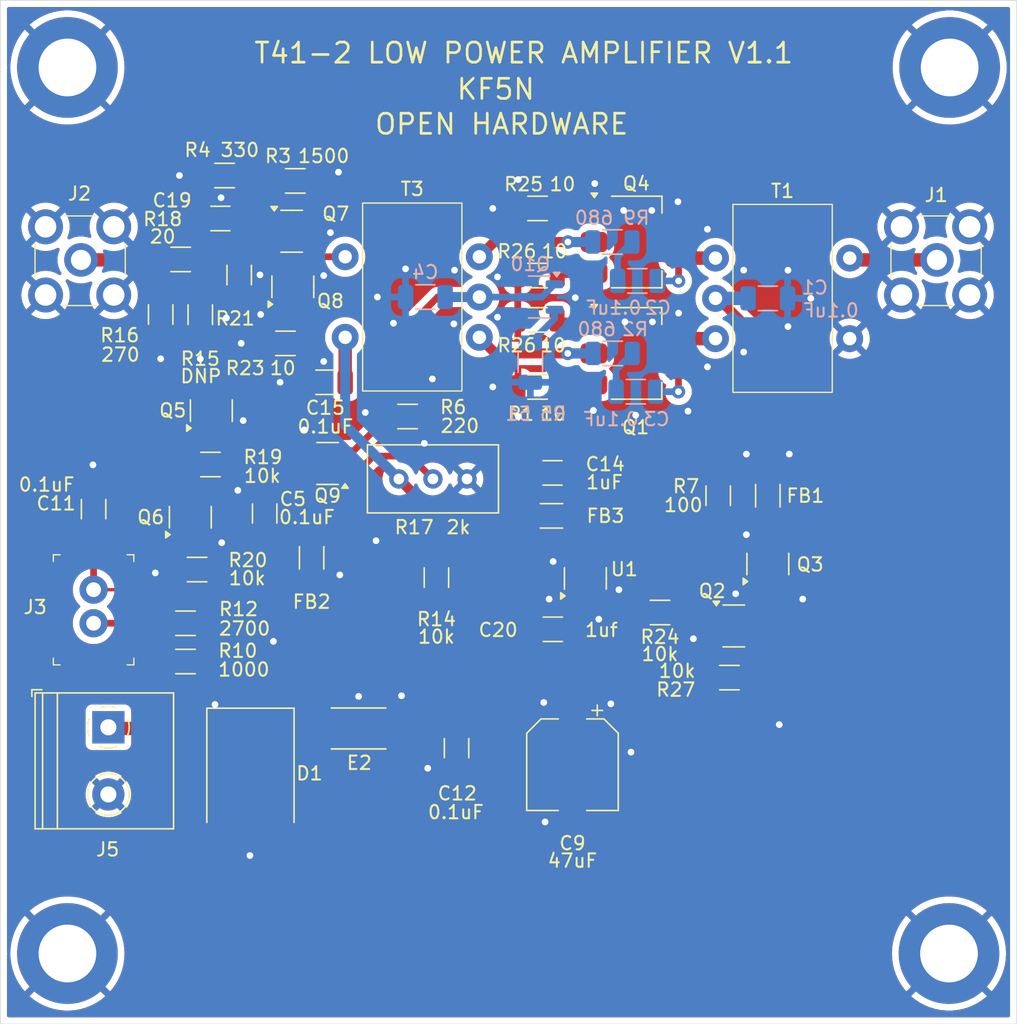
<source format=kicad_pcb>
(kicad_pcb (version 20240108) (generator "pcbnew") (generator_version "8.0")
  (layers (0 "F.Cu" jumper) (31 "B.Cu" signal) (36 "B.SilkS" user "B.Silkscreen") (37 "F.SilkS" user "F.Silkscreen") (38 "B.Mask" user) (39 "F.Mask" user) (44 "Edge.Cuts" user))
  (net 0 "")
  (net 1 "GND")
  (net 2 "Net-(C2-Pad1)")
  (net 3 "/BASE_BIAS")
  (net 4 "Net-(Q4-C)")
  (net 5 "Net-(Q3-D)")
  (net 6 "Net-(C3-Pad1)")
  (net 7 "Net-(Q1-C)")
  (net 8 "Net-(Q4-B)")
  (net 9 "Net-(Q1-B)")
  (net 10 "/TXRX")
  (net 11 "/12V")
  (net 12 "Net-(Q7-C)")
  (net 13 "Net-(J3-Pad2)")
  (net 14 "Net-(Q1-E)")
  (net 15 "/12V_IN_FIL")
  (net 16 "Net-(D1-K)")
  (net 17 "Net-(Q9-E)")
  (net 18 "/12V_FINAL")
  (net 19 "Net-(J2-Pad2)")
  (net 20 "Net-(Q9-B)")
  (net 21 "Net-(T1-AB)")
  (net 22 "Net-(Q4-E)")
  (net 23 "Net-(Q5-G)")
  (net 24 "Net-(Q6-B)")
  (net 26 "Net-(Q7-B)")
  (net 27 "Net-(C19-Pad2)")
  (net 28 "Net-(Q7-E)")
  (net 29 "Net-(Q8-E)")
  (net 30 "Net-(Q1-Pad1)")
  (net 31 "Net-(Q4-Pad1)")
  (net 32 "Net-(Q2-B)")
  (net 33 "Net-(Q2-C)")
  (net 34 "Net-(Q5-S)")
  (net 35 "Net-(Q10-E)")
  (net 36 "Net-(U1-VOUT)")
  (net 37 "/10V_REG")
  (footprint "Resistor_SMD:R_1206_3216Metric" (layer "F.Cu") (at 115.6625 84.575)
    (property "Reference" "R19")
    (property "Value" "10k")
  )
  (footprint "Package_TO_SOT_SMD:SOT-23-5" (layer "F.Cu") (at 143.6 93.0625 90)
    (property "Reference" "U1")
    (property "Value" "MCP1802x-xx02xOT" (hide yes))
  )
  (footprint "Capacitor_SMD:C_1206_3216Metric" (layer "F.Cu") (at 141.175 96.85 180)
    (property "Reference" "C20")
    (property "Value" "1uf")
  )
  (footprint "Capacitor_SMD:CP_Elec_6.3x5.7" (layer "F.Cu") (at 142.64 106.936252 -90)
    (property "Reference" "C9")
    (property "Value" "47uF")
  )
  (footprint "Capacitor_SMD:C_1206_3216Metric" (layer "F.Cu") (at 141.15 85.2 180)
    (property "Reference" "C14")
    (property "Value" "1uF")
  )
  (footprint "Inductor_SMD:L_1206_3216Metric" (layer "F.Cu") (at 157.2 86.9 90)
    (property "Reference" "FB1")
    (property "Value" "FerriteBead_Small" (hide yes))
  )
  (footprint "Resistor_SMD:R_1206_3216Metric" (layer "F.Cu") (at 130.35 81 180)
    (property "Reference" "R6")
    (property "Value" "220")
  )
  (footprint "Resistor_SMD:R_1206_3216Metric" (layer "F.Cu") (at 132.5 93 -90)
    (property "Reference" "R14")
    (property "Value" "10k")
  )
  (footprint "Resistor_SMD:R_1206_3216Metric" (layer "F.Cu") (at 121.25 75.55)
    (property "Reference" "R23")
    (property "Value" "10")
  )
  (footprint "Diode_SMD:D_SMC" (layer "F.Cu") (at 118.64 107.636252 -90)
    (property "Reference" "D1")
    (property "Value" "Z3SMCxxx" (hide yes))
  )
  (footprint "Binocular_Core:BN-43-302_Vertical" (layer "F.Cu") (at 130.7 72.1)
    (property "Reference" "T3")
    (property "Value" "Transformer_1P_SS" (hide yes))
  )
  (footprint "Inductor_SMD:L_1206_3216Metric" (layer "F.Cu") (at 123.2 91.525 90)
    (property "Reference" "FB2")
    (property "Value" "FerriteBead_Small" (hide yes))
  )
  (footprint "Resistor_SMD:R_1206_3216Metric" (layer "F.Cu") (at 140.0375 65.5)
    (property "Reference" "R25")
    (property "Value" "10")
  )
  (footprint "Resistor_SMD:R_1206_3216Metric" (layer "F.Cu") (at 153.5 86.9 -90)
    (property "Reference" "R7")
    (property "Value" "100")
  )
  (footprint "Resistor_SMD:R_1206_3216Metric" (layer "F.Cu") (at 117.8 70.4625 90)
    (property "Reference" "R21")
    (property "Value" "100" (hide yes))
  )
  (footprint "Resistor_SMD:R_1206_3216Metric" (layer "F.Cu") (at 113.8 96.4 180)
    (property "Reference" "R12")
    (property "Value" "2700")
  )
  (footprint "MountingHole:MountingHole_4.3mm_M4_DIN965_Pad" (layer "F.Cu") (at 170.75 55)
    (property "Reference" "H4" (hide yes))
    (property "Value" "MountingHole_Pad" (hide yes))
  )
  (footprint "Resistor_SMD:R_1206_3216Metric" (layer "F.Cu") (at 140.025 73.8)
    (property "Reference" "R26")
    (property "Value" "10")
  )
  (footprint "Capacitor_SMD:C_1206_3216Metric" (layer "F.Cu") (at 124.225 78.45 180)
    (property "Reference" "C15")
    (property "Value" "0.1uF")
  )
  (footprint "Inductor_SMD:L_1206_3216Metric" (layer "F.Cu") (at 141.075 88.4 180)
    (property "Reference" "FB3")
    (property "Value" "FerriteBead_Small" (hide yes))
  )
  (footprint "Package_TO_SOT_SMD:SOT-23-3" (layer "F.Cu") (at 121.7125 67.2)
    (property "Reference" "Q7")
    (property "Value" "Q_NPN_BEC" (hide yes))
  )
  (footprint "Capacitor_SMD:C_1206_3216Metric" (layer "F.Cu") (at 116.4 66.25 180)
    (property "Reference" "C19")
    (property "Value" "0.1uF" (hide yes))
  )
  (footprint "Resistor_SMD:R_1206_3216Metric" (layer "F.Cu") (at 116.7125 63.05)
    (property "Reference" "R4")
    (property "Value" "330")
  )
  (footprint "Potentiometer_THT:Potentiometer_Bourns_3296W_Vertical" (layer "F.Cu") (at 129.7 85.65 180)
    (property "Reference" "R17")
    (property "Value" "2k")
  )
  (footprint "Resistor_SMD:R_1206_3216Metric" (layer "F.Cu") (at 114.9 73.4125 90)
    (property "Reference" "R15")
    (property "Value" "DNP")
  )
  (footprint "Package_TO_SOT_SMD:SOT-23-3" (layer "F.Cu") (at 124.3875 84.5 180)
    (property "Reference" "Q9")
    (property "Value" "Q_NPN_BEC")
  )
  (footprint "Capacitor_SMD:C_1206_3216Metric" (layer "F.Cu") (at 106.95 87.9 -90)
    (property "Reference" "C11")
    (property "Value" "0.1uF")
  )
  (footprint "MountingHole:MountingHole_4.3mm_M4_DIN965_Pad" (layer "F.Cu") (at 105 55)
    (property "Reference" "H1" (hide yes))
    (property "Value" "MountingHole_Pad" (hide yes))
  )
  (footprint "MountingHole:MountingHole_4.3mm_M4_DIN965_Pad" (layer "F.Cu") (at 170.7 121)
    (property "Reference" "H3" (hide yes))
    (property "Value" "MountingHole_Pad" (hide yes))
  )
  (footprint "Resistor_SMD:R_1206_3216Metric" (layer "F.Cu") (at 113.8 99.25 180)
    (property "Reference" "R10")
    (property "Value" "1000")
  )
  (footprint "Package_TO_SOT_SMD:SOT-23-3" (layer "F.Cu") (at 154.6625 96.6)
    (property "Reference" "Q2")
    (property "Value" "Q_NPN_BEC" (hide yes))
  )
  (footprint "Resistor_SMD:R_1206_3216Metric" (layer "F.Cu") (at 154.3375 100.45 180)
    (property "Reference" "R27")
    (property "Value" "10k")
  )
  (footprint "digikey-footprints:RF_SMA_Vertical_5-1814832-1" (layer "F.Cu") (at 169.7 69.41)
    (property "Reference" "J1")
    (property "Value" "5-1814832-1" (hide yes))
  )
  (footprint "Resistor_SMD:R_1206_3216Metric" (layer "F.Cu") (at 140.0375 78.8)
    (property "Reference" "R1")
    (property "Value" "10")
  )
  (footprint "Package_TO_SOT_SMD:SOT-223" (layer "F.Cu") (at 147.3875 76.3)
    (property "Reference" "Q1")
    (property "Value" "Q_NPN_BCE" (hide yes))
  )
  (footprint "28F0121_0SR_10:FB_28F0121-0SR-10" (layer "F.Cu") (at 126.7 104.236252)
    (property "Reference" "E2")
    (property "Value" "28F0121-0SR-10" (hide yes))
  )
  (footprint "TerminalBlock_Philmore:TerminalBlock_Philmore_TB132_1x02_P5.00mm_Horizontal" (layer "F.Cu") (at 108.05 104.15 -90)
    (property "Reference" "J5")
    (property "Value" "Screw_Terminal_01x02" (hide yes))
  )
  (footprint "digikey-footprints:RF_SMA_Vertical_5-1814832-1" (layer "F.Cu") (at 105.91 69.41)
    (property "Reference" "J2")
    (property "Value" "5-1814832-1" (hide yes))
  )
  (footprint "Resistor_SMD:R_1206_3216Metric" (layer "F.Cu") (at 121.9875 63.45)
    (property "Reference" "R3")
    (property "Value" "1500")
  )
  (footprint "digikey-footprints:PinHeader_1x2_P2.5mm_Drill1.1mm" (layer "F.Cu") (at 106.95 93.9 -90)
    (property "Reference" "J3")
    (property "Value" "B2B-XH-A_LF__SN_" (hide yes))
  )
  (footprint "Resistor_SMD:R_1206_3216Metric" (layer "F.Cu") (at 114.66 92.4)
    (property "Reference" "R20")
    (property "Value" "10k")
  )
  (footprint "Package_TO_SOT_SMD:SOT-23-3" (layer "F.Cu") (at 115.725 80.5625 90)
    (property "Reference" "Q5")
    (property "Value" "Q_PMOS_GSD" (hide yes))
  )
  (footprint "Package_TO_SOT_SMD:SOT-223" (layer "F.Cu") (at 147.4 68)
    (property "Reference" "Q4")
    (property "Value" "Q_NPN_BCE" (hide yes))
  )
  (footprint "Resistor_SMD:R_1206_3216Metric" (layer "F.Cu") (at 149.1625 95.6 180)
    (property "Reference" "R24")
    (property "Value" "10k")
  )
  (footprint "Resistor_SMD:R_1206_3216Metric" (layer "F.Cu") (at 111.95 73.4 90)
    (property "Reference" "R16")
    (property "Value" "270")
  )
  (footprint "Package_TO_SOT_SMD:SOT-23-3" (layer "F.Cu") (at 114.16 88.5 90)
    (property "Reference" "Q6")
    (property "Value" "Q_NPN_BEC" (hide yes))
  )
  (footprint "MountingHole:MountingHole_4.3mm_M4_DIN965_Pad" (layer "F.Cu") (at 105 121)
    (property "Reference" "H2" (hide yes))
    (property "Value" "MountingHole_Pad" (hide yes))
  )
  (footprint "Capacitor_SMD:C_1206_3216Metric" (layer "F.Cu") (at 134 105.7 -90)
    (property "Reference" "C12")
    (property "Value" "0.1uF")
  )
  (footprint "Resistor_SMD:R_1206_3216Metric" (layer "F.Cu") (at 113.4375 69.3)
    (property "Reference" "R18")
    (property "Value" "20")
  )
  (footprint "Capacitor_SMD:C_1206_3216Metric" (layer "F.Cu") (at 119.7 88.225 -90)
    (property "Reference" "C5")
    (property "Value" "0.1uF")
  )
  (footprint "Package_TO_SOT_SMD:SOT-23-3" (layer "F.Cu") (at 157.2 91.9875 90)
    (property "Reference" "Q3")
    (property "Value" "Q_PMOS_GSD" (hide yes))
  )
  (footprint "Resistor_SMD:R_1206_3216Metric" (layer "F.Cu") (at 140.0375 70.5)
    (property "Reference" "R13" (hide yes))
    (property "Value" "10")
  )
  (footprint "Package_TO_SOT_SMD:SOT-23-3" (layer "F.Cu") (at 121.8 71.3375 90)
    (property "Reference" "Q8")
    (property "Value" "Q_NPN_BEC" (hide yes))
  )
  (footprint "Binocular_Core:BN-43-302_Vertical" (layer "F.Cu") (at 158.3 72.2 180)
    (property "Reference" "T1")
    (property "Value" "Transformer_1P_SS" (hide yes))
  )
  (footprint "Capacitor_SMD:C_1206_3216Metric" (layer "B.Cu") (at 131.675 72.1 180)
    (property "Reference" "C4")
    (property "Value" "0.1uF")
  )
  (footprint "Capacitor_SMD:C_1206_3216Metric" (layer "B.Cu") (at 157.2 72.2)
    (property "Reference" "C1")
    (property "Value" "0.1uF")
  )
  (footprint "Package_TO_SOT_SMD:SOT-23-3" (layer "B.Cu") (at 140.1625 72.1 180)
    (property "Reference" "Q10")
    (property "Value" "Q_NPN_BEC")
  )
  (footprint "Capacitor_SMD:C_1206_3216Metric" (layer "B.Cu") (at 147.475 70.9)
    (property "Reference" "C2")
    (property "Value" "0.1uF")
  )
  (footprint "Resistor_SMD:R_1206_3216Metric" (layer "B.Cu") (at 139.5 76.9875 90)
    (property "Reference" "R5")
    (property "Value" "51")
  )
  (footprint "Capacitor_SMD:C_1206_3216Metric" (layer "B.Cu") (at 147.3625 79.15)
    (property "Reference" "C3")
    (property "Value" "0.1uF")
  )
  (footprint "Resistor_SMD:R_1206_3216Metric" (layer "B.Cu") (at 145.6125 68 180)
    (property "Reference" "R9")
    (property "Value" "680")
  )
  (footprint "Resistor_SMD:R_1206_3216Metric" (layer "B.Cu") (at 145.6375 76.3 180)
    (property "Reference" "R2")
    (property "Value" "680")
  )
  (gr_rect (start 100 50) (end 175.75 126.25) (stroke (width 0.05)) (fill none) (layer "Edge.Cuts"))
  (gr_text "OPEN HARDWARE" (at 127.8 60.1 0) (layer "F.SilkS") (effects (font (size 1.5 1.5) (thickness 0.2)) (justify left bottom)))
  (gr_text "KF5N" (at 133.9 57.5 0) (layer "F.SilkS") (effects (font (size 1.5 1.5) (thickness 0.2)) (justify left bottom)))
  (gr_text "T41-2 LOW POWER AMPLIFIER V1.1" (at 118.8 54.8 0) (layer "F.SilkS") (effects (font (size 1.5 1.5) (thickness 0.2)) (justify left bottom)))
  (via (at 114.9 76.7) (size 1) (drill 0.5) (layers "F.Cu" "B.Cu") (net 1))
  (via (at 146.45 65.65) (size 1) (drill 0.5) (layers "F.Cu" "B.Cu") (net 1))
  (via (at 155.4 76.2) (size 1) (drill 0.5) (layers "F.Cu" "B.Cu") (net 1))
  (via (at 128 90.25) (size 1) (drill 0.5) (layers "F.Cu" "B.Cu") (net 1))
  (via (at 126.7 101.85) (size 1) (drill 0.5) (layers "F.Cu" "B.Cu") (net 1))
  (via (at 113.35 63.05) (size 1) (drill 0.5) (layers "F.Cu" "B.Cu") (net 1))
  (via (at 150.5 65) (size 1) (drill 0.5) (layers "F.Cu" "B.Cu") (net 1))
  (via (at 125.3 92.8) (size 1) (drill 0.5) (layers "F.Cu" "B.Cu") (net 1))
  (via (at 144.3 63.65) (size 1) (drill 0.5) (layers "F.Cu" "B.Cu") (net 1))
  (via (at 127.2 80.7) (size 1) (drill 0.5) (layers "F.Cu" "B.Cu") (net 1))
  (via (at 151.65 97.55) (size 1) (drill 0.5) (layers "F.Cu" "B.Cu") (net 1))
  (via (at 145.5 102.4) (size 1) (drill 0.5) (layers "F.Cu" "B.Cu") (net 1))
  (via (at 141.2 91.8) (size 1) (drill 0.5) (layers "F.Cu" "B.Cu") (net 1))
  (via (at 129.9 101.8) (size 1) (drill 0.5) (layers "F.Cu" "B.Cu") (net 1))
  (via (at 142.85 72.15) (size 1) (drill 0.5) (layers "F.Cu" "B.Cu") (net 1))
  (via (at 133.8 74.1) (size 1) (drill 0.5) (layers "F.Cu" "B.Cu") (net 1))
  (via (at 137.05 70.6) (size 1) (drill 0.5) (layers "F.Cu" "B.Cu") (net 1))
  (via (at 128.1 72.1) (size 1) (drill 0.5) (layers "F.Cu" "B.Cu") (net 1))
  (via (at 155.4 70.1) (size 1) (drill 0.5) (layers "F.Cu" "B.Cu") (net 1))
  (via (at 125.2 62.8) (size 1) (drill 0.5) (layers "F.Cu" "B.Cu") (net 1))
  (via (at 138.6 63.35) (size 1) (drill 0.5) (layers "F.Cu" "B.Cu") (net 1))
  (via (at 120.35 97.75) (size 1) (drill 0.5) (layers "F.Cu" "B.Cu") (net 1))
  (via (at 122.65 82) (size 1) (drill 0.5) (layers "F.Cu" "B.Cu") (net 1))
  (via (at 111.55 92.65) (size 1) (drill 0.5) (layers "F.Cu" "B.Cu") (net 1))
  (via (at 150.55 73.3) (size 1) (drill 0.5) (layers "F.Cu" "B.Cu") (net 1))
  (via (at 120.85 78.45) (size 1) (drill 0.5) (layers "F.Cu" "B.Cu") (net 1))
  (via (at 133.85 70.1) (size 1) (drill 0.5) (layers "F.Cu" "B.Cu") (net 1))
  (via (at 160.4 72.2) (size 1) (drill 0.5) (layers "F.Cu" "B.Cu") (net 1))
  (via (at 111.95 76.7) (size 1) (drill 0.5) (layers "F.Cu" "B.Cu") (net 1))
  (via (at 132.2 78.2) (size 1) (drill 0.5) (layers "F.Cu" "B.Cu") (net 1))
  (via (at 155.6 83.8) (size 1) (drill 0.5) (layers "F.Cu" "B.Cu") (net 1))
  (via (at 158.8 83.8) (size 1) (drill 0.5) (layers "F.Cu" "B.Cu") (net 1))
  (via (at 119.4 73.4) (size 1) (drill 0.5) (layers "F.Cu" "B.Cu") (net 1))
  (via (at 154.8 94.2) (size 1) (drill 0.5) (layers "F.Cu" "B.Cu") (net 1))
  (via (at 116 102.45) (size 1) (drill 0.5) (layers "F.Cu" "B.Cu") (net 1))
  (via (at 144.6 96.1) (size 1) (drill 0.5) (layers "F.Cu" "B.Cu") (net 1))
  (via (at 137.05 73.6) (size 1) (drill 0.5) (layers "F.Cu" "B.Cu") (net 1))
  (via (at 151.25 80.6) (size 1) (drill 0.5) (layers "F.Cu" "B.Cu") (net 1))
  (via (at 146.55 73.95) (size 1) (drill 0.5) (layers "F.Cu" "B.Cu") (net 1))
  (via (at 147 106) (size 1) (drill 0.5) (layers "F.Cu" "B.Cu") (net 1))
  (via (at 159.8 94.6) (size 1) (drill 0.5) (layers "F.Cu" "B.Cu") (net 1))
  (via (at 158.05 103.95) (size 1) (drill 0.5) (layers "F.Cu" "B.Cu") (net 1))
  (via (at 117.95 75.55) (size 1) (drill 0.5) (layers "F.Cu" "B.Cu") (net 1))
  (via (at 131.6 83) (size 1) (drill 0.5) (layers "F.Cu" "B.Cu") (net 1))
  (via (at 146.1 93.9) (size 1) (drill 0.5) (layers "F.Cu" "B.Cu") (net 1))
  (via (at 140.9 94.6) (size 1) (drill 0.5) (layers "F.Cu" "B.Cu") (net 1))
  (via (at 124.1 70.5) (size 1) (drill 0.5) (layers "F.Cu" "B.Cu") (net 1))
  (via (at 106.9 84.6) (size 1) (drill 0.5) (layers "F.Cu" "B.Cu") (net 1))
  (via (at 118.6 113.7) (size 1) (drill 0.5) (layers "F.Cu" "B.Cu") (net 1))
  (via (at 152.7 77.3) (size 1) (drill 0.5) (layers "F.Cu" "B.Cu") (net 1))
  (via (at 117.7 86.5) (size 1) (drill 0.5) (layers "F.Cu" "B.Cu") (net 1))
  (via (at 124.6 67.3) (size 1) (drill 0.5) (layers "F.Cu" "B.Cu") (net 1))
  (via (at 158.7 74.3) (size 1) (drill 0.5) (layers "F.Cu" "B.Cu") (net 1))
  (via (at 138.6 81) (size 1) (drill 0.5) (layers "F.Cu" "B.Cu") (net 1))
  (via (at 144.2 80.55) (size 1) (drill 0.5) (layers "F.Cu" "B.Cu") (net 1))
  (via (at 140.6 111.2) (size 1) (drill 0.5) (layers "F.Cu" "B.Cu") (net 1))
  (via (at 118.1 81.3) (size 1) (drill 0.5) (layers "F.Cu" "B.Cu") (net 1))
  (via (at 152.7 67.05) (size 1) (drill 0.5) (layers "F.Cu" "B.Cu") (net 1))
  (via (at 130.2 70) (size 1) (drill 0.5) (layers "F.Cu" "B.Cu") (net 1))
  (via (at 155.6 89.8) (size 1) (drill 0.5) (layers "F.Cu" "B.Cu") (net 1))
  (via (at 119.35 70.45) (size 1) (drill 0.5) (layers "F.Cu" "B.Cu") (net 1))
  (via (at 131.85 107.2) (size 1) (drill 0.5) (layers "F.Cu" "B.Cu") (net 1))
  (via (at 158.7 70.1) (size 1) (drill 0.5) (layers "F.Cu" "B.Cu") (net 1))
  (via (at 147.35 80.9) (size 1) (drill 0.5) (layers "F.Cu" "B.Cu") (net 1))
  (via (at 124.1 76.9) (size 1) (drill 0.5) (layers "F.Cu" "B.Cu") (net 1))
  (via (at 136.7 65.5) (size 1) (drill 0.5) (layers "F.Cu" "B.Cu") (net 1))
  (via (at 116.5 90.4) (size 1) (drill 0.5) (layers "F.Cu" "B.Cu") (net 1))
  (via (at 116.45 64.7) (size 1) (drill 0.5) (layers "F.Cu" "B.Cu") (net 1))
  (via (at 148.6 73.95) (size 1) (drill 0.5) (layers "F.Cu" "B.Cu") (net 1))
  (via (at 140.5 102.3) (size 1) (drill 0.5) (layers "F.Cu" "B.Cu") (net 1))
  (via (at 148.55 65.65) (size 1) (drill 0.5) (layers "F.Cu" "B.Cu") (net 1))
  (via (at 116.85 73.65) (size 1) (drill 0.5) (layers "F.Cu" "B.Cu") (net 1))
  (via (at 136.7 78.8) (size 1) (drill 0.5) (layers "F.Cu" "B.Cu") (net 1))
  (via (at 129.3 74.05) (size 1) (drill 0.5) (layers "F.Cu" "B.Cu") (net 1))
  (segment (start 146 70.9) (end 146 69.075) (width 0.5) (layer "B.Cu") (net 2))
  (segment (start 146 69.075) (end 147.075 68) (width 0.5) (layer "B.Cu") (net 2))
  (segment (start 130.725 73.975) (end 130.725 78.7) (width 0.5) (layer "F.Cu") (net 3))
  (segment (start 132.6 72.1) (end 130.725 73.975) (width 0.5) (layer "F.Cu") (net 3))
  (segment (start 131.8125 79.7875) (end 130.725 78.7) (width 0.5) (layer "F.Cu") (net 3))
  (segment (start 131.8125 81) (end 131.8125 79.7875) (width 0.5) (layer "F.Cu") (net 3))
  (segment (start 135.7 72.1) (end 132.6 72.1) (width 0.5) (layer "F.Cu") (net 3))
  (segment (start 140.35 72.1) (end 141.3 71.15) (width 0.5) (layer "B.Cu") (net 3))
  (segment (start 135.7 72.1) (end 133.15 72.1) (width 0.75) (layer "B.Cu") (net 3))
  (segment (start 135.7 72.1) (end 139.025 72.1) (width 0.5) (layer "B.Cu") (net 3))
  (segment (start 139.025 72.1) (end 140.35 72.1) (width 0.5) (layer "B.Cu") (net 3))
  (segment (start 150.55 68) (end 150.55 70.9) (width 0.5) (layer "F.Cu") (net 4))
  (segment (start 151.75 69.2) (end 150.55 68) (width 1) (layer "F.Cu") (net 4))
  (segment (start 153.5 69.2) (end 151.75 69.2) (width 1) (layer "F.Cu") (net 4))
  (via (at 150.55 70.9) (size 1) (drill 0.5) (layers "F.Cu" "B.Cu") (net 4))
  (segment (start 150.55 70.9) (end 148.95 70.9) (width 0.5) (layer "B.Cu") (net 4))
  (segment (start 157.2 88.475) (end 153.6125 88.475) (width 0.5) (layer "F.Cu") (net 5))
  (segment (start 153.6125 88.475) (end 153.5 88.3625) (width 0.5) (layer "F.Cu") (net 5))
  (segment (start 157.2 88.475) (end 157.2 90.85) (width 0.75) (layer "F.Cu") (net 5))
  (segment (start 145.8875 79.15) (end 145.8875 77.5125) (width 0.5) (layer "B.Cu") (net 6))
  (segment (start 145.8875 77.5125) (end 147.1 76.3) (width 0.5) (layer "B.Cu") (net 6))
  (segment (start 151.6375 75.2) (end 150.5375 76.3) (width 1) (layer "F.Cu") (net 7))
  (segment (start 150.5375 76.3) (end 150.5375 79.15) (width 0.5) (layer "F.Cu") (net 7))
  (segment (start 153.5 75.2) (end 151.6375 75.2) (width 1) (layer "F.Cu") (net 7))
  (via (at 150.5375 79.15) (size 1) (drill 0.5) (layers "F.Cu" "B.Cu") (net 7))
  (segment (start 150.5375 79.15) (end 148.8375 79.15) (width 0.5) (layer "B.Cu") (net 7))
  (segment (start 144.25 68) (end 142.3 68) (width 0.75) (layer "F.Cu") (net 8))
  (segment (start 135.7 69.1) (end 136.8 68) (width 0.75) (layer "F.Cu") (net 8))
  (segment (start 136.8 68) (end 142.3 68) (width 0.75) (layer "F.Cu") (net 8))
  (via (at 142.3 68) (size 1) (drill 0.5) (layers "F.Cu" "B.Cu") (net 8))
  (segment (start 142.3 68) (end 144.15 68) (width 0.75) (layer "B.Cu") (net 8))
  (segment (start 135.7 75.1) (end 136.9 76.3) (width 0.75) (layer "F.Cu") (net 9))
  (segment (start 136.9 76.3) (end 142.2875 76.3) (width 0.75) (layer "F.Cu") (net 9))
  (segment (start 144.2375 76.3) (end 142.2875 76.3) (width 0.75) (layer "F.Cu") (net 9))
  (via (at 142.2875 76.3) (size 1) (drill 0.5) (layers "F.Cu" "B.Cu") (net 9))
  (segment (start 142.2875 76.3) (end 144.175 76.3) (width 0.75) (layer "B.Cu") (net 9))
  (segment (start 138.9 93.1) (end 144.1 93.1) (width 0.25) (layer "F.Cu") (net 10))
  (segment (start 144.1 93.1) (end 144.10625 93.09375) (width 0.2) (layer "F.Cu") (net 10))
  (segment (start 114.6225 93.9) (end 106.95 93.9) (width 0.25) (layer "F.Cu") (net 10))
  (segment (start 116.035 92.4875) (end 116.1225 92.4) (width 0.25) (layer "F.Cu") (net 10))
  (segment (start 106.95 93.9) (end 106.95 89.375) (width 0.5) (layer "F.Cu") (net 10))
  (segment (start 116.1225 92.4) (end 114.6225 93.9) (width 0.25) (layer "F.Cu") (net 10))
  (segment (start 117.6 92.4) (end 120.8 92.4) (width 0.25) (layer "F.Cu") (net 10))
  (segment (start 116.1225 92.4) (end 117.6 92.4) (width 0.25) (layer "F.Cu") (net 10))
  (segment (start 137.3 91.5) (end 138.9 93.1) (width 0.25) (layer "F.Cu") (net 10))
  (segment (start 144.10625 93.09375) (end 144.55 93.537501) (width 0.25) (layer "F.Cu") (net 10))
  (segment (start 121.7 91.5) (end 137.3 91.5) (width 0.25) (layer "F.Cu") (net 10))
  (segment (start 144.55 93.537501) (end 144.55 94.2) (width 0.25) (layer "F.Cu") (net 10))
  (segment (start 144.55 94.2) (end 145.95 95.6) (width 0.25) (layer "F.Cu") (net 10))
  (segment (start 145.95 95.6) (end 147.7 95.6) (width 0.25) (layer "F.Cu") (net 10))
  (segment (start 120.8 92.4) (end 121.7 91.5) (width 0.25) (layer "F.Cu") (net 10))
  (segment (start 158.15 93.125) (end 158.15 101.486252) (width 1) (layer "F.Cu") (net 11))
  (segment (start 152.875 100.45) (end 152.875 104.211252) (width 0.5) (layer "F.Cu") (net 11))
  (segment (start 123.2 96.4) (end 128.5 101.7) (width 0.5) (layer "F.Cu") (net 11))
  (segment (start 115.2625 96.4) (end 123.2 96.4) (width 0.5) (layer "F.Cu") (net 11))
  (segment (start 155.4 104.236252) (end 152.9 104.236252) (width 1) (layer "F.Cu") (net 11))
  (segment (start 128.5 101.9) (end 128.49 101.91) (width 0.25) (layer "F.Cu") (net 11))
  (segment (start 128.49 101.91) (end 128.49 104.236252) (width 0.5) (layer "F.Cu") (net 11))
  (segment (start 142.65 96.85) (end 142.65 104.226252) (width 0.75) (layer "F.Cu") (net 11))
  (segment (start 134.69 104.236252) (end 142.64 104.236252) (width 1) (layer "F.Cu") (net 11))
  (segment (start 123.2 96.4) (end 123.2 93.1) (width 0.5) (layer "F.Cu") (net 11))
  (segment (start 128.49 104.236252) (end 134.69 104.236252) (width 1) (layer "F.Cu") (net 11))
  (segment (start 142.65 96.85) (end 142.65 94.2) (width 0.5) (layer "F.Cu") (net 11))
  (segment (start 152.875 104.211252) (end 152.9 104.236252) (width 0.5) (layer "F.Cu") (net 11))
  (segment (start 158.15 101.486252) (end 155.4 104.236252) (width 1) (layer "F.Cu") (net 11))
  (segment (start 152.9 104.236252) (end 142.64 104.236252) (width 1) (layer "F.Cu") (net 11))
  (segment (start 142.65 104.226252) (end 142.64 104.236252) (width 0.25) (layer "F.Cu") (net 11))
  (segment (start 128.5 101.7) (end 128.5 101.9) (width 0.25) (layer "F.Cu") (net 11))
  (segment (start 122.85 67.2) (end 122.85 69.15) (width 0.5) (layer "F.Cu") (net 12))
  (segment (start 122.9 69.1) (end 122.85 69.15) (width 0.5) (layer "F.Cu") (net 12))
  (segment (start 125.7 69.1) (end 122.9 69.1) (width 0.5) (layer "F.Cu") (net 12))
  (segment (start 122.85 67.2) (end 122.85 64.1) (width 0.5) (layer "F.Cu") (net 12))
  (segment (start 122.85 64.1) (end 123.5 63.45) (width 0.5) (layer "F.Cu") (net 12))
  (segment (start 122.85 69.15) (end 121.8 70.2) (width 0.5) (layer "F.Cu") (net 12))
  (segment (start 106.95 96.4) (end 112.3375 96.4) (width 0.5) (layer "F.Cu") (net 13))
  (segment (start 112.3375 99.25) (end 112.3375 96.4) (width 0.5) (layer "F.Cu") (net 13))
  (segment (start 144.2375 78.6) (end 141.4875 78.6) (width 0.75) (layer "F.Cu") (net 14))
  (segment (start 123.25 84.5) (end 118.175 79.425) (width 0.5) (layer "F.Cu") (net 15))
  (segment (start 118.175 79.425) (end 115.725 79.425) (width 0.5) (layer "F.Cu") (net 15))
  (segment (start 115.75 79.4) (end 115.725 79.425) (width 0.25) (layer "F.Cu") (net 15))
  (segment (start 115.715 79.415) (end 115.725 79.425) (width 0.25) (layer "F.Cu") (net 15))
  (segment (start 118.59 104.186252) (end 118.64 104.236252) (width 1) (layer "F.Cu") (net 16))
  (segment (start 118.64 104.236252) (end 108.136252 104.236252) (width 1) (layer "F.Cu") (net 16))
  (segment (start 118.64 104.236252) (end 124.91 104.236252) (width 1) (layer "F.Cu") (net 16))
  (segment (start 108.136252 104.236252) (end 108.05 104.15) (width 1) (layer "F.Cu") (net 16))
  (segment (start 125.525 83.55) (end 126.3375 83.55) (width 0.5) (layer "F.Cu") (net 17))
  (segment (start 126.3375 83.55) (end 128.8875 81) (width 0.5) (layer "F.Cu") (net 17))
  (segment (start 153.5 72.2) (end 157.2 75.9) (width 0.75) (layer "F.Cu") (net 18))
  (segment (start 157.2 85.325) (end 153.6125 85.325) (width 0.5) (layer "F.Cu") (net 18))
  (segment (start 157.2 75.9) (end 157.2 85.325) (width 0.75) (layer "F.Cu") (net 18))
  (segment (start 153.6125 85.325) (end 153.5 85.4375) (width 0.75) (layer "F.Cu") (net 18))
  (segment (start 155.725 72.2) (end 153.5 72.2) (width 1) (layer "B.Cu") (net 18))
  (segment (start 111.94 69.335) (end 111.975 69.3) (width 1) (layer "F.Cu") (net 19))
  (segment (start 111.95 69.325) (end 111.975 69.3) (width 0.5) (layer "F.Cu") (net 19))
  (segment (start 106.01 69.335) (end 111.94 69.335) (width 1) (layer "F.Cu") (net 19))
  (segment (start 111.95 71.9375) (end 111.95 69.325) (width 0.5) (layer "F.Cu") (net 19))
  (segment (start 126.3 85.45) (end 125.525 85.45) (width 0.5) (layer "F.Cu") (net 20))
  (segment (start 127.8 83.95) (end 126.3 85.45) (width 0.5) (layer "F.Cu") (net 20))
  (segment (start 132.24 85.65) (end 130.54 83.95) (width 0.5) (layer "F.Cu") (net 20))
  (segment (start 130.54 83.95) (end 127.8 83.95) (width 0.5) (layer "F.Cu") (net 20))
  (segment (start 169.8 69.335) (end 163.435 69.335) (width 1) (layer "F.Cu") (net 21))
  (segment (start 163.435 69.335) (end 163.3 69.2) (width 1) (layer "F.Cu") (net 21))
  (segment (start 144.25 70.3) (end 141.5 70.3) (width 0.75) (layer "F.Cu") (net 22))
  (segment (start 114.2 83.3) (end 114.775 82.725) (width 0.25) (layer "F.Cu") (net 23))
  (segment (start 114.16 87.3625) (end 114.16 84.615) (width 0.5) (layer "F.Cu") (net 23))
  (segment (start 114.775 81.7) (end 114.775 82.725) (width 0.25) (layer "F.Cu") (net 23))
  (segment (start 114.2 84.575) (end 114.2 83.3) (width 0.25) (layer "F.Cu") (net 23))
  (segment (start 114.16 84.615) (end 114.2 84.575) (width 0.5) (layer "F.Cu") (net 23))
  (segment (start 114.1625 84.6125) (end 114.2 84.575) (width 0.25) (layer "F.Cu") (net 23))
  (segment (start 113.1975 89.65) (end 113.21 89.6375) (width 0.25) (layer "F.Cu") (net 24))
  (segment (start 113.1975 92.4) (end 113.1975 89.65) (width 0.25) (layer "F.Cu") (net 24))
  (segment (start 120.575 66.25) (end 117.875 66.25) (width 0.5) (layer "F.Cu") (net 26))
  (segment (start 120.575 63.45) (end 118.575 63.45) (width 0.5) (layer "F.Cu") (net 26))
  (segment (start 118.575 63.45) (end 118.175 63.05) (width 0.5) (layer "F.Cu") (net 26))
  (segment (start 120.575 66.25) (end 120.575 63.45) (width 0.5) (layer "F.Cu") (net 26))
  (segment (start 114.9 69.3) (end 114.9 66.275) (width 0.5) (layer "F.Cu") (net 27))
  (segment (start 114.9 71.95) (end 114.9 69.3) (width 0.5) (layer "F.Cu") (net 27))
  (segment (start 114.9 66.275) (end 114.925 66.25) (width 0.5) (layer "F.Cu") (net 27))
  (segment (start 120.85 70.05) (end 120.575 69.775) (width 0.5) (layer "F.Cu") (net 28))
  (segment (start 119.95 68.15) (end 119.1 69) (width 0.5) (layer "F.Cu") (net 28))
  (segment (start 120.575 68.15) (end 119.95 68.15) (width 0.5) (layer "F.Cu") (net 28))
  (segment (start 119.1 69) (end 117.8 69) (width 0.5) (layer "F.Cu") (net 28))
  (segment (start 120.575 69.775) (end 120.575 68.15) (width 0.5) (layer "F.Cu") (net 28))
  (segment (start 120.85 72.475) (end 120.85 70.05) (width 0.5) (layer "F.Cu") (net 28))
  (segment (start 122.75 75.347936) (end 122.7125 75.385436) (width 0.5) (layer "F.Cu") (net 29))
  (segment (start 122.75 72.475) (end 122.75 75.347936) (width 0.5) (layer "F.Cu") (net 29))
  (segment (start 144.2375 74) (end 141.4875 74) (width 0.75) (layer "F.Cu") (net 30))
  (segment (start 144.25 65.7) (end 141.5 65.7) (width 0.75) (layer "F.Cu") (net 31))
  (segment (start 150.625 95.6) (end 153.475 95.6) (width 0.25) (layer "F.Cu") (net 32))
  (segment (start 153.475 95.6) (end 153.525 95.65) (width 0.25) (layer "F.Cu") (net 32))
  (segment (start 155.8 95.15) (end 155.8 96.6) (width 0.25) (layer "F.Cu") (net 33))
  (segment (start 156.25 94.7) (end 155.8 95.15) (width 0.25) (layer "F.Cu") (net 33))
  (segment (start 156.25 93.125) (end 156.25 94.7) (width 0.25) (layer "F.Cu") (net 33))
  (segment (start 155.8 100.45) (end 155.8 96.6) (width 0.5) (layer "F.Cu") (net 33))
  (segment (start 117.125 83.525) (end 116.675 83.075) (width 0.5) (layer "F.Cu") (net 34))
  (segment (start 117.15 84.6) (end 117.125 84.575) (width 0.25) (layer "F.Cu") (net 34))
  (segment (start 121.35 86.75) (end 123.2 88.6) (width 0.25) (layer "F.Cu") (net 34))
  (segment (start 119.7 85.05) (end 119.7 86.75) (width 0.25) (layer "F.Cu") (net 34))
  (segment (start 116.675 83.075) (end 116.675 81.7) (width 0.5) (layer "F.Cu") (net 34))
  (segment (start 123.2 88.6) (end 123.2 89.95) (width 0.25) (layer "F.Cu") (net 34))
  (segment (start 117.125 84.575) (end 119.225 84.575) (width 0.25) (layer "F.Cu") (net 34))
  (segment (start 117.125 84.575) (end 117.125 83.525) (width 0.5) (layer "F.Cu") (net 34))
  (segment (start 119.225 84.575) (end 119.7 85.05) (width 0.25) (layer "F.Cu") (net 34))
  (segment (start 119.7 86.75) (end 121.35 86.75) (width 0.25) (layer "F.Cu") (net 34))
  (segment (start 139.5 75.525) (end 141.3 73.725) (width 0.5) (layer "B.Cu") (net 35))
  (segment (start 141.3 73.725) (end 141.3 73.05) (width 0.5) (layer "B.Cu") (net 35))
  (segment (start 142.65 85.225) (end 142.625 85.2) (width 0.5) (layer "F.Cu") (net 36))
  (segment (start 142.65 91.925) (end 142.65 89.1) (width 0.5) (layer "F.Cu") (net 36))
  (segment (start 142.65 88.4) (end 142.65 85.225) (width 0.5) (layer "F.Cu") (net 36))
  (segment (start 132.45 88.4) (end 139.5 88.4) (width 0.75) (layer "F.Cu") (net 37))
  (segment (start 129.7 85.65) (end 132.45 88.4) (width 0.75) (layer "F.Cu") (net 37))
  (segment (start 125.7 75.1) (end 125.7 78.45) (width 1) (layer "F.Cu") (net 37))
  (segment (start 129.7 85.65) (end 125.7 81.65) (width 0.75) (layer "B.Cu") (net 37))
  (segment (start 125.7 81.65) (end 125.7 75.1) (width 0.75) (layer "B.Cu") (net 37))
  (zone (net 0) (net_name "") (layer "F.Cu") (connect_pads (clearance 0)) (min_thickness 0.25)
    (keepout (tracks not_allowed) (vias not_allowed) (pads not_allowed) (copperpour not_allowed) (footprints allowed))
    (fill (thermal_gap 0.5) (thermal_bridge_width 0.5))
    (polygon (pts (xy 118.79 88.936252) (xy 120.61 88.936252) (xy 120.61 87.513748) (xy 118.79 87.513748)))
  )
  (zone (net 0) (net_name "") (layer "F.Cu") (connect_pads (clearance 0)) (min_thickness 0.25)
    (keepout (tracks not_allowed) (vias not_allowed) (pads not_allowed) (copperpour not_allowed) (footprints allowed))
    (fill (thermal_gap 0.5) (thermal_bridge_width 0.5))
    (polygon (pts (xy 140.438748 84.29) (xy 141.861252 84.29) (xy 141.861252 86.11) (xy 140.438748 86.11)))
  )
  (zone (net 0) (net_name "") (layer "F.Cu") (connect_pads (clearance 0)) (min_thickness 0.25)
    (keepout (tracks not_allowed) (vias not_allowed) (pads not_allowed) (copperpour not_allowed) (footprints allowed))
    (fill (thermal_gap 0.5) (thermal_bridge_width 0.5))
    (polygon (pts (xy 116.89 69.735436) (xy 118.71 69.735436) (xy 118.71 71.189564) (xy 116.89 71.189564)))
  )
  (zone (net 0) (net_name "") (layer "F.Cu") (connect_pads (clearance 0)) (min_thickness 0.25)
    (keepout (tracks not_allowed) (vias not_allowed) (pads not_allowed) (copperpour not_allowed) (footprints allowed))
    (fill (thermal_gap 0.5) (thermal_bridge_width 0.5))
    (polygon (pts (xy 106.04 87.188748) (xy 107.86 87.188748) (xy 107.86 88.611252) (xy 106.04 88.611252)))
  )
  (zone (net 0) (net_name "") (layer "F.Cu") (connect_pads (clearance 0)) (min_thickness 0.25)
    (keepout (tracks not_allowed) (vias not_allowed) (pads not_allowed) (copperpour not_allowed) (footprints allowed))
    (fill (thermal_gap 0.5) (thermal_bridge_width 0.5))
    (polygon (pts (xy 139.310436 71.21) (xy 140.764564 71.21) (xy 140.764564 69.39) (xy 139.310436 69.39)))
  )
  (zone (net 0) (net_name "") (layer "F.Cu") (connect_pads (clearance 0)) (min_thickness 0.25)
    (keepout (tracks not_allowed) (vias not_allowed) (pads not_allowed) (copperpour not_allowed) (footprints allowed))
    (fill (thermal_gap 0.5) (thermal_bridge_width 0.5))
    (polygon (pts (xy 120.522936 73.6) (xy 121.977064 73.6) (xy 121.977064 76.46) (xy 120.522936 76.46)))
  )
  (zone (net 0) (net_name "") (layer "F.Cu") (connect_pads (clearance 0)) (min_thickness 0.25)
    (keepout (tracks not_allowed) (vias not_allowed) (pads not_allowed) (copperpour not_allowed) (footprints allowed))
    (fill (thermal_gap 0.5) (thermal_bridge_width 0.5))
    (polygon (pts (xy 112.710436 68.39) (xy 112.710436 70.21) (xy 114.164564 70.21) (xy 114.164564 68.39)))
  )
  (zone (net 0) (net_name "") (layer "F.Cu") (connect_pads (clearance 0)) (min_thickness 0.25)
    (keepout (tracks not_allowed) (vias not_allowed) (pads not_allowed) (copperpour not_allowed) (footprints allowed))
    (fill (thermal_gap 0.5) (thermal_bridge_width 0.5))
    (polygon (pts (xy 139.39 107.686252) (xy 139.39 106.436252) (xy 145.89 106.436252) (xy 145.89 107.686252)))
  )
  (zone (net 0) (net_name "") (layer "F.Cu") (connect_pads (clearance 0)) (min_thickness 0.25)
    (keepout (tracks not_allowed) (vias not_allowed) (pads not_allowed) (copperpour not_allowed) (footprints allowed))
    (fill (thermal_gap 0.5) (thermal_bridge_width 0.5))
    (polygon (pts (xy 111.04 72.672936) (xy 115.81 72.685436) (xy 115.81 74.139564) (xy 111.04 74.127064)))
  )
  (zone (net 0) (net_name "") (layer "F.Cu") (connect_pads (clearance 0)) (min_thickness 0.25)
    (keepout (tracks not_allowed) (vias not_allowed) (pads not_allowed) (copperpour not_allowed) (footprints allowed))
    (fill (thermal_gap 0.5) (thermal_bridge_width 0.5))
    (polygon (pts (xy 153.595872 99.53) (xy 155.05 99.53) (xy 155.05 101.35) (xy 153.595872 101.35)))
  )
  (zone (net 0) (net_name "") (layer "F.Cu") (connect_pads (clearance 0)) (min_thickness 0.25)
    (keepout (tracks not_allowed) (vias not_allowed) (pads not_allowed) (copperpour not_allowed) (footprints allowed))
    (fill (thermal_gap 0.5) (thermal_bridge_width 0.5))
    (polygon (pts (xy 113.072936 98.34) (xy 114.527064 98.34) (xy 114.527064 100.16) (xy 113.072936 100.16)))
  )
  (zone (net 0) (net_name "") (layer "F.Cu") (connect_pads (clearance 0)) (min_thickness 0.25)
    (keepout (tracks not_allowed) (vias not_allowed) (pads not_allowed) (copperpour not_allowed) (footprints allowed))
    (fill (thermal_gap 0.5) (thermal_bridge_width 0.5))
    (polygon (pts (xy 131.59 92.272936) (xy 133.41 92.272936) (xy 133.41 93.727064) (xy 131.59 93.727064)))
  )
  (zone (net 0) (net_name "") (layer "F.Cu") (connect_pads (clearance 0)) (min_thickness 0.25)
    (keepout (tracks not_allowed) (vias not_allowed) (pads not_allowed) (copperpour not_allowed) (footprints allowed))
    (fill (thermal_gap 0.5) (thermal_bridge_width 0.5))
    (polygon (pts (xy 123.513748 77.54) (xy 123.513748 79.36) (xy 124.936252 79.36) (xy 124.936252 77.54)))
  )
  (zone (net 0) (net_name "") (layer "F.Cu") (connect_pads (clearance 0)) (min_thickness 0.25)
    (keepout (tracks not_allowed) (vias not_allowed) (pads not_allowed) (copperpour not_allowed) (footprints allowed))
    (fill (thermal_gap 0.5) (thermal_bridge_width 0.5))
    (polygon (pts (xy 133.09 104.988748) (xy 134.91 104.988748) (xy 134.91 106.411252) (xy 133.09 106.411252)))
  )
  (zone (net 0) (net_name "") (layer "F.Cu") (connect_pads (clearance 0)) (min_thickness 0.25)
    (keepout (tracks not_allowed) (vias not_allowed) (pads not_allowed) (copperpour not_allowed) (footprints allowed))
    (fill (thermal_gap 0.5) (thermal_bridge_width 0.5))
    (polygon (pts (xy 121.260436 62.54) (xy 122.714564 62.54) (xy 122.7 62.9) (xy 121.25 62.9)))
  )
  (zone (net 0) (net_name "") (layer "F.Cu") (connect_pads (clearance 0)) (min_thickness 0.25)
    (keepout (tracks not_allowed) (vias not_allowed) (pads not_allowed) (copperpour not_allowed) (footprints allowed))
    (fill (thermal_gap 0.5) (thermal_bridge_width 0.5))
    (polygon (pts (xy 139.297936 77.69) (xy 140.752064 77.69) (xy 140.752064 79.51) (xy 139.297936 79.51)))
  )
  (zone (net 0) (net_name "") (layer "F.Cu") (connect_pads (clearance 0)) (min_thickness 0.25)
    (keepout (tracks not_allowed) (vias not_allowed) (pads not_allowed) (copperpour not_allowed) (footprints allowed))
    (fill (thermal_gap 0.5) (thermal_bridge_width 0.5))
    (polygon (pts (xy 139.297936 74.91) (xy 140.752064 74.91) (xy 140.752064 73.09) (xy 139.297936 73.09)))
  )
  (zone (net 0) (net_name "") (layer "F.Cu") (connect_pads (clearance 0)) (min_thickness 0.25)
    (keepout (tracks not_allowed) (vias not_allowed) (pads not_allowed) (copperpour not_allowed) (footprints allowed))
    (fill (thermal_gap 0.5) (thermal_bridge_width 0.5))
    (polygon (pts (xy 115.985436 62.14) (xy 117.439564 62.14) (xy 117.439564 63.96) (xy 115.985436 63.96)))
  )
  (zone (net 0) (net_name "") (layer "F.Cu") (connect_pads (clearance 0)) (min_thickness 0.25)
    (keepout (tracks not_allowed) (vias not_allowed) (pads not_allowed) (copperpour not_allowed) (footprints allowed))
    (fill (thermal_gap 0.5) (thermal_bridge_width 0.5))
    (polygon (pts (xy 121.69 105.986252) (xy 121.69 108.624574) (xy 115.59 108.624574) (xy 115.59 105.986252)))
  )
  (zone (net 0) (net_name "") (layer "F.Cu") (connect_pads (clearance 0)) (min_thickness 0.25)
    (keepout (tracks not_allowed) (vias not_allowed) (pads not_allowed) (copperpour not_allowed) (footprints allowed))
    (fill (thermal_gap 0.5) (thermal_bridge_width 0.5))
    (polygon (pts (xy 139.310436 66.61) (xy 140.764564 66.61) (xy 140.764564 64.79) (xy 139.310436 64.79)))
  )
  (zone (net 0) (net_name "") (layer "F.Cu") (connect_pads (clearance 0)) (min_thickness 0.25)
    (keepout (tracks not_allowed) (vias not_allowed) (pads not_allowed) (copperpour not_allowed) (footprints allowed))
    (fill (thermal_gap 0.5) (thermal_bridge_width 0.5))
    (polygon (pts (xy 115.688748 65.34) (xy 117.111252 65.34) (xy 117.111252 67.16) (xy 115.688748 67.16)))
  )
  (zone (net 1) (net_name "GND") (layers "F&B.Cu") (connect_pads (clearance 0.5)) (min_thickness 0.25) (fill yes (thermal_gap 0.5) (thermal_bridge_width 0.5))
    (polygon (pts (xy 100 126.25) (xy 100 50) (xy 175.75 50) (xy 175.75 126.25)))
  )
  (zone (net 0) (net_name "") (layers "F.Cu" "Edge.Cuts") (connect_pads (clearance 0)) (min_thickness 0.25)
    (keepout (tracks not_allowed) (vias not_allowed) (pads not_allowed) (copperpour not_allowed) (footprints allowed))
    (fill (thermal_gap 0.5) (thermal_bridge_width 0.5))
    (polygon (pts (xy 140.463748 95.94) (xy 140.463748 97.76) (xy 141.886252 97.76) (xy 141.886252 95.94)))
  )
  (zone (net 0) (net_name "") (layer "B.Cu") (connect_pads (clearance 0)) (min_thickness 0.25)
    (keepout (tracks not_allowed) (vias not_allowed) (pads not_allowed) (copperpour not_allowed) (footprints allowed))
    (fill (thermal_gap 0.5) (thermal_bridge_width 0.5))
    (polygon (pts (xy 130.963748 71.19) (xy 132.386252 71.19) (xy 132.386252 73.01) (xy 130.963748 73.01)))
  )
  (zone (net 0) (net_name "") (layer "B.Cu") (connect_pads (clearance 0)) (min_thickness 0.25)
    (keepout (tracks not_allowed) (vias not_allowed) (pads not_allowed) (copperpour not_allowed) (footprints allowed))
    (fill (thermal_gap 0.5) (thermal_bridge_width 0.5))
    (polygon (pts (xy 157.9 71.4) (xy 157.9 73) (xy 156.5 73) (xy 156.5 71.4)))
  )
  (zone (net 0) (net_name "") (layer "B.Cu") (connect_pads (clearance 0)) (min_thickness 0.25)
    (keepout (tracks not_allowed) (vias not_allowed) (pads not_allowed) (copperpour not_allowed) (footprints allowed))
    (fill (thermal_gap 0.5) (thermal_bridge_width 0.5))
    (polygon (pts (xy 138.59 77.714564) (xy 140.41 77.714564) (xy 140.41 76.260436) (xy 138.59 76.260436)))
  )
)
</source>
